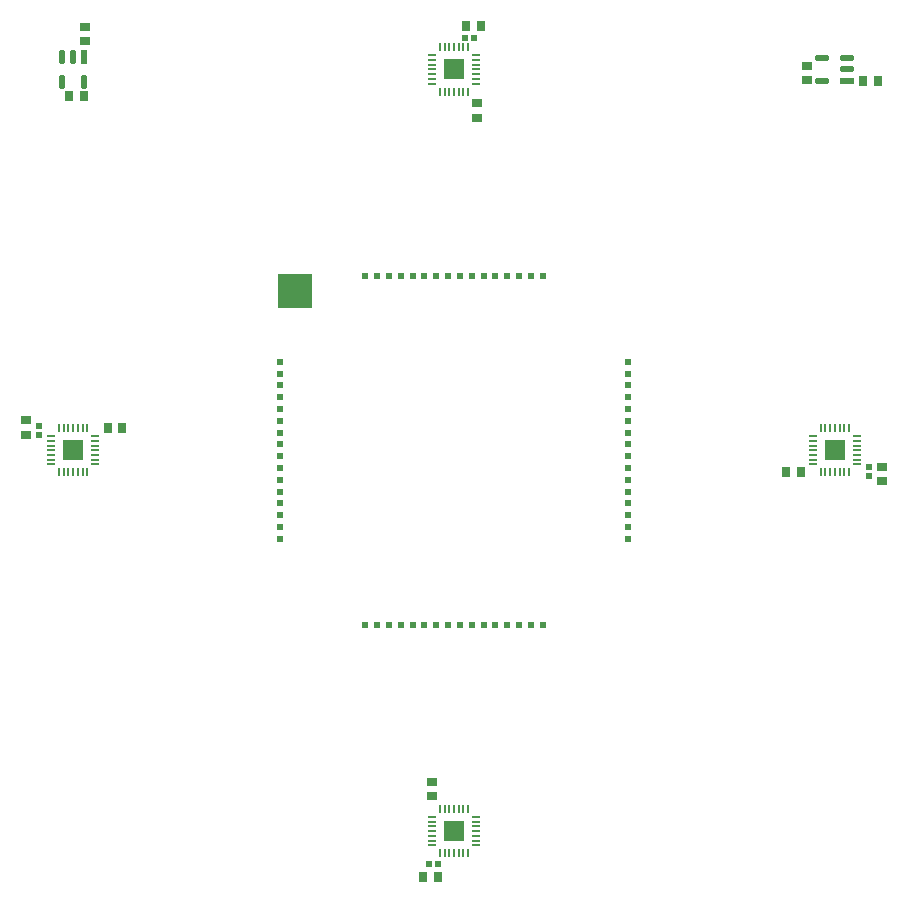
<source format=gbr>
G04*
G04 #@! TF.GenerationSoftware,Altium Limited,Altium Designer,23.8.1 (32)*
G04*
G04 Layer_Color=8421504*
%FSLAX44Y44*%
%MOMM*%
G71*
G04*
G04 #@! TF.SameCoordinates,3649A920-1244-4C6D-8A34-14C6D8039F49*
G04*
G04*
G04 #@! TF.FilePolarity,Positive*
G04*
G01*
G75*
%ADD10R,1.7076X1.7076*%
%ADD11R,1.7076X1.7076*%
%ADD12R,1.7076X1.7076*%
%ADD13R,3.0000X3.0000*%
%ADD14R,0.5000X0.5000*%
%ADD15R,0.5000X0.5000*%
%ADD16R,0.7500X0.8500*%
%ADD17R,0.4725X0.5153*%
%ADD18R,0.8121X0.7581*%
%ADD19R,0.7561X0.1925*%
G04:AMPARAMS|DCode=20|XSize=0.7561mm|YSize=0.1925mm|CornerRadius=0.0962mm|HoleSize=0mm|Usage=FLASHONLY|Rotation=180.000|XOffset=0mm|YOffset=0mm|HoleType=Round|Shape=RoundedRectangle|*
%AMROUNDEDRECTD20*
21,1,0.7561,0.0000,0,0,180.0*
21,1,0.5636,0.1925,0,0,180.0*
1,1,0.1925,-0.2818,0.0000*
1,1,0.1925,0.2818,0.0000*
1,1,0.1925,0.2818,0.0000*
1,1,0.1925,-0.2818,0.0000*
%
%ADD20ROUNDEDRECTD20*%
G04:AMPARAMS|DCode=21|XSize=0.1925mm|YSize=0.7561mm|CornerRadius=0.0962mm|HoleSize=0mm|Usage=FLASHONLY|Rotation=180.000|XOffset=0mm|YOffset=0mm|HoleType=Round|Shape=RoundedRectangle|*
%AMROUNDEDRECTD21*
21,1,0.1925,0.5636,0,0,180.0*
21,1,0.0000,0.7561,0,0,180.0*
1,1,0.1925,0.0000,0.2818*
1,1,0.1925,0.0000,0.2818*
1,1,0.1925,0.0000,-0.2818*
1,1,0.1925,0.0000,-0.2818*
%
%ADD21ROUNDEDRECTD21*%
%ADD22R,0.5153X0.4725*%
%ADD23R,0.7581X0.8121*%
%ADD24R,0.1925X0.7561*%
G04:AMPARAMS|DCode=25|XSize=0.7561mm|YSize=0.1925mm|CornerRadius=0.0962mm|HoleSize=0mm|Usage=FLASHONLY|Rotation=90.000|XOffset=0mm|YOffset=0mm|HoleType=Round|Shape=RoundedRectangle|*
%AMROUNDEDRECTD25*
21,1,0.7561,0.0000,0,0,90.0*
21,1,0.5636,0.1925,0,0,90.0*
1,1,0.1925,0.0000,0.2818*
1,1,0.1925,0.0000,-0.2818*
1,1,0.1925,0.0000,-0.2818*
1,1,0.1925,0.0000,0.2818*
%
%ADD25ROUNDEDRECTD25*%
G04:AMPARAMS|DCode=26|XSize=0.1925mm|YSize=0.7561mm|CornerRadius=0.0962mm|HoleSize=0mm|Usage=FLASHONLY|Rotation=90.000|XOffset=0mm|YOffset=0mm|HoleType=Round|Shape=RoundedRectangle|*
%AMROUNDEDRECTD26*
21,1,0.1925,0.5636,0,0,90.0*
21,1,0.0000,0.7561,0,0,90.0*
1,1,0.1925,0.2818,0.0000*
1,1,0.1925,0.2818,0.0000*
1,1,0.1925,-0.2818,0.0000*
1,1,0.1925,-0.2818,0.0000*
%
%ADD26ROUNDEDRECTD26*%
%ADD27R,0.8500X0.7500*%
G04:AMPARAMS|DCode=28|XSize=1.2544mm|YSize=0.5321mm|CornerRadius=0.2661mm|HoleSize=0mm|Usage=FLASHONLY|Rotation=270.000|XOffset=0mm|YOffset=0mm|HoleType=Round|Shape=RoundedRectangle|*
%AMROUNDEDRECTD28*
21,1,1.2544,0.0000,0,0,270.0*
21,1,0.7223,0.5321,0,0,270.0*
1,1,0.5321,0.0000,-0.3611*
1,1,0.5321,0.0000,0.3611*
1,1,0.5321,0.0000,0.3611*
1,1,0.5321,0.0000,-0.3611*
%
%ADD28ROUNDEDRECTD28*%
%ADD29R,0.5321X1.2544*%
G04:AMPARAMS|DCode=30|XSize=1.2544mm|YSize=0.5321mm|CornerRadius=0.2661mm|HoleSize=0mm|Usage=FLASHONLY|Rotation=180.000|XOffset=0mm|YOffset=0mm|HoleType=Round|Shape=RoundedRectangle|*
%AMROUNDEDRECTD30*
21,1,1.2544,0.0000,0,0,180.0*
21,1,0.7223,0.5321,0,0,180.0*
1,1,0.5321,-0.3611,0.0000*
1,1,0.5321,0.3611,0.0000*
1,1,0.5321,0.3611,0.0000*
1,1,0.5321,-0.3611,0.0000*
%
%ADD30ROUNDEDRECTD30*%
%ADD31R,1.2544X0.5321*%
D10*
X750000Y427500D02*
D03*
X105000Y427500D02*
D03*
D11*
X427500Y105000D02*
D03*
D12*
Y750000D02*
D03*
D13*
X292500Y562500D02*
D03*
D14*
X402500Y280000D02*
D03*
X352500D02*
D03*
X492500D02*
D03*
X392500D02*
D03*
X382500D02*
D03*
X362500D02*
D03*
X442500D02*
D03*
X372500D02*
D03*
X462500D02*
D03*
X432500D02*
D03*
X452500D02*
D03*
X422500D02*
D03*
X472500D02*
D03*
X412500D02*
D03*
X482500D02*
D03*
X502500D02*
D03*
X452500Y575000D02*
D03*
X502500D02*
D03*
X362500D02*
D03*
X462500D02*
D03*
X472500D02*
D03*
X492500D02*
D03*
X412500D02*
D03*
X482500D02*
D03*
X392500D02*
D03*
X422500D02*
D03*
X402500D02*
D03*
X432500D02*
D03*
X382500D02*
D03*
X442500D02*
D03*
X372500D02*
D03*
X352500D02*
D03*
D15*
X575000Y402500D02*
D03*
Y352500D02*
D03*
Y492500D02*
D03*
Y392500D02*
D03*
Y382500D02*
D03*
Y362500D02*
D03*
Y442500D02*
D03*
Y372500D02*
D03*
Y462500D02*
D03*
Y432500D02*
D03*
Y452500D02*
D03*
Y422500D02*
D03*
Y472500D02*
D03*
Y412500D02*
D03*
Y482500D02*
D03*
Y502500D02*
D03*
X280000Y452500D02*
D03*
Y502500D02*
D03*
Y362500D02*
D03*
Y462500D02*
D03*
Y472500D02*
D03*
Y492500D02*
D03*
Y412500D02*
D03*
Y482500D02*
D03*
Y392500D02*
D03*
Y422500D02*
D03*
Y402500D02*
D03*
Y432500D02*
D03*
Y382500D02*
D03*
Y442500D02*
D03*
Y372500D02*
D03*
Y352500D02*
D03*
D16*
X708750Y409000D02*
D03*
X721250D02*
D03*
X146750Y446500D02*
D03*
X134250D02*
D03*
X114250Y727500D02*
D03*
X101750D02*
D03*
X773750Y740000D02*
D03*
X786250D02*
D03*
D17*
X779000Y413286D02*
D03*
Y405714D02*
D03*
X76500Y440214D02*
D03*
Y447786D02*
D03*
D18*
X790000Y413770D02*
D03*
Y401230D02*
D03*
X65500Y440730D02*
D03*
Y453270D02*
D03*
D19*
X768780Y415500D02*
D03*
X86220Y439500D02*
D03*
D20*
X768780Y419500D02*
D03*
Y423500D02*
D03*
Y427500D02*
D03*
Y431500D02*
D03*
Y435500D02*
D03*
Y439500D02*
D03*
X731220D02*
D03*
Y435500D02*
D03*
Y431500D02*
D03*
Y427500D02*
D03*
Y423500D02*
D03*
Y419500D02*
D03*
Y415500D02*
D03*
X86220Y435500D02*
D03*
Y431500D02*
D03*
Y427500D02*
D03*
Y423500D02*
D03*
Y419500D02*
D03*
Y415500D02*
D03*
X123780D02*
D03*
Y419500D02*
D03*
Y423500D02*
D03*
Y427500D02*
D03*
Y431500D02*
D03*
Y435500D02*
D03*
Y439500D02*
D03*
D21*
X762000Y446280D02*
D03*
X758000D02*
D03*
X754000D02*
D03*
X750000D02*
D03*
X746000D02*
D03*
X742000D02*
D03*
X738000D02*
D03*
Y408720D02*
D03*
X742000D02*
D03*
X746000D02*
D03*
X750000D02*
D03*
X754000D02*
D03*
X758000D02*
D03*
X762000D02*
D03*
X93000Y408720D02*
D03*
X97000D02*
D03*
X101000D02*
D03*
X105000D02*
D03*
X109000D02*
D03*
X113000D02*
D03*
X117000D02*
D03*
Y446280D02*
D03*
X113000D02*
D03*
X109000D02*
D03*
X105000D02*
D03*
X101000D02*
D03*
X97000D02*
D03*
X93000D02*
D03*
D22*
X414286Y77000D02*
D03*
X406714D02*
D03*
X444786Y777000D02*
D03*
X437214D02*
D03*
D23*
X413770Y66500D02*
D03*
X401230D02*
D03*
X450270Y787000D02*
D03*
X437730D02*
D03*
D24*
X415500Y86220D02*
D03*
X439500Y768780D02*
D03*
D25*
X419500Y86220D02*
D03*
X423500D02*
D03*
X427500D02*
D03*
X431500D02*
D03*
X435500D02*
D03*
X439500D02*
D03*
Y123780D02*
D03*
X435500D02*
D03*
X431500D02*
D03*
X427500D02*
D03*
X423500D02*
D03*
X419500D02*
D03*
X415500D02*
D03*
X439500Y731220D02*
D03*
X435500D02*
D03*
X431500D02*
D03*
X427500D02*
D03*
X423500D02*
D03*
X419500D02*
D03*
X415500D02*
D03*
Y768780D02*
D03*
X419500D02*
D03*
X423500D02*
D03*
X427500D02*
D03*
X431500D02*
D03*
X435500D02*
D03*
D26*
X446280Y93000D02*
D03*
Y97000D02*
D03*
Y101000D02*
D03*
Y105000D02*
D03*
Y109000D02*
D03*
Y113000D02*
D03*
Y117000D02*
D03*
X408720D02*
D03*
Y113000D02*
D03*
Y109000D02*
D03*
Y105000D02*
D03*
Y101000D02*
D03*
Y97000D02*
D03*
Y93000D02*
D03*
X446280Y762000D02*
D03*
Y758000D02*
D03*
Y754000D02*
D03*
Y750000D02*
D03*
Y746000D02*
D03*
Y742000D02*
D03*
Y738000D02*
D03*
X408720D02*
D03*
Y742000D02*
D03*
Y746000D02*
D03*
Y750000D02*
D03*
Y754000D02*
D03*
Y758000D02*
D03*
Y762000D02*
D03*
D27*
X408500Y147000D02*
D03*
Y134500D02*
D03*
X447000Y708750D02*
D03*
Y721250D02*
D03*
X115000Y773750D02*
D03*
Y786250D02*
D03*
X726000Y740750D02*
D03*
Y753250D02*
D03*
D28*
X114500Y739497D02*
D03*
X95500D02*
D03*
Y760503D02*
D03*
X105000D02*
D03*
D29*
X114500D02*
D03*
D30*
X739497Y740500D02*
D03*
Y759500D02*
D03*
X760503D02*
D03*
Y750000D02*
D03*
D31*
Y740500D02*
D03*
M02*

</source>
